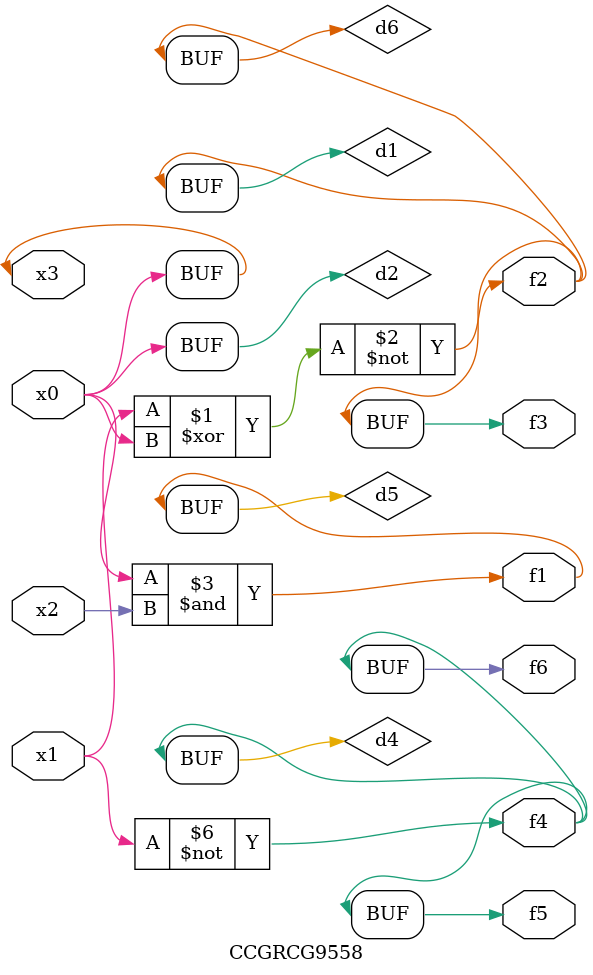
<source format=v>
module CCGRCG9558(
	input x0, x1, x2, x3,
	output f1, f2, f3, f4, f5, f6
);

	wire d1, d2, d3, d4, d5, d6;

	xnor (d1, x1, x3);
	buf (d2, x0, x3);
	nand (d3, x0, x2);
	not (d4, x1);
	nand (d5, d3);
	or (d6, d1);
	assign f1 = d5;
	assign f2 = d6;
	assign f3 = d6;
	assign f4 = d4;
	assign f5 = d4;
	assign f6 = d4;
endmodule

</source>
